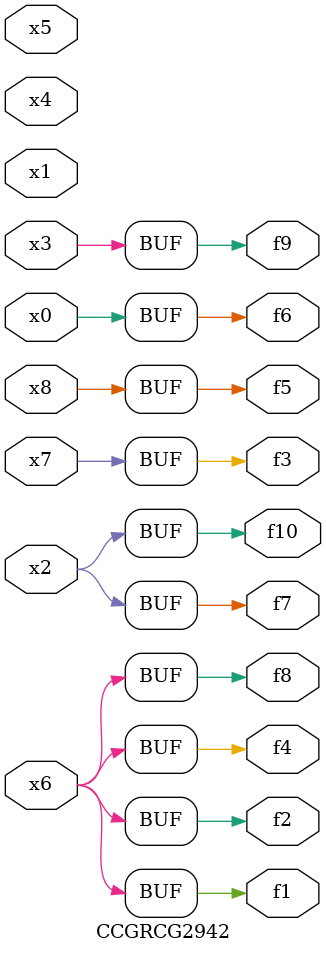
<source format=v>
module CCGRCG2942(
	input x0, x1, x2, x3, x4, x5, x6, x7, x8,
	output f1, f2, f3, f4, f5, f6, f7, f8, f9, f10
);
	assign f1 = x6;
	assign f2 = x6;
	assign f3 = x7;
	assign f4 = x6;
	assign f5 = x8;
	assign f6 = x0;
	assign f7 = x2;
	assign f8 = x6;
	assign f9 = x3;
	assign f10 = x2;
endmodule

</source>
